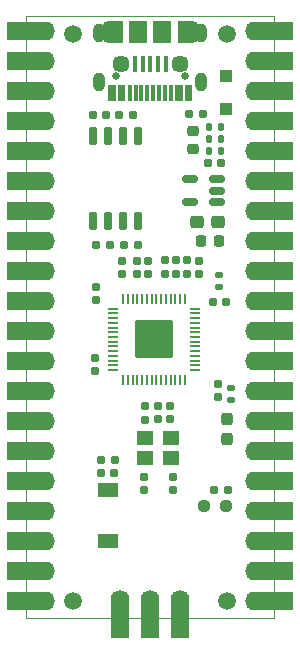
<source format=gbr>
G04 #@! TF.GenerationSoftware,KiCad,Pcbnew,(6.0.6)*
G04 #@! TF.CreationDate,2022-08-20T10:32:50+05:30*
G04 #@! TF.ProjectId,Mitayi-Pico-RP2040,4d697461-7969-42d5-9069-636f2d525032,0.2*
G04 #@! TF.SameCoordinates,PX848f8c0PY6ea0500*
G04 #@! TF.FileFunction,Soldermask,Top*
G04 #@! TF.FilePolarity,Negative*
%FSLAX46Y46*%
G04 Gerber Fmt 4.6, Leading zero omitted, Abs format (unit mm)*
G04 Created by KiCad (PCBNEW (6.0.6)) date 2022-08-20 10:32:50*
%MOMM*%
%LPD*%
G01*
G04 APERTURE LIST*
G04 Aperture macros list*
%AMRoundRect*
0 Rectangle with rounded corners*
0 $1 Rounding radius*
0 $2 $3 $4 $5 $6 $7 $8 $9 X,Y pos of 4 corners*
0 Add a 4 corners polygon primitive as box body*
4,1,4,$2,$3,$4,$5,$6,$7,$8,$9,$2,$3,0*
0 Add four circle primitives for the rounded corners*
1,1,$1+$1,$2,$3*
1,1,$1+$1,$4,$5*
1,1,$1+$1,$6,$7*
1,1,$1+$1,$8,$9*
0 Add four rect primitives between the rounded corners*
20,1,$1+$1,$2,$3,$4,$5,0*
20,1,$1+$1,$4,$5,$6,$7,0*
20,1,$1+$1,$6,$7,$8,$9,0*
20,1,$1+$1,$8,$9,$2,$3,0*%
G04 Aperture macros list end*
G04 #@! TA.AperFunction,Profile*
%ADD10C,0.100000*%
G04 #@! TD*
%ADD11RoundRect,0.135000X-0.185000X0.135000X-0.185000X-0.135000X0.185000X-0.135000X0.185000X0.135000X0*%
%ADD12RoundRect,0.237500X0.237500X-0.300000X0.237500X0.300000X-0.237500X0.300000X-0.237500X-0.300000X0*%
%ADD13RoundRect,0.155000X-0.155000X0.212500X-0.155000X-0.212500X0.155000X-0.212500X0.155000X0.212500X0*%
%ADD14RoundRect,0.155000X0.155000X-0.212500X0.155000X0.212500X-0.155000X0.212500X-0.155000X-0.212500X0*%
%ADD15RoundRect,0.237500X-0.250000X-0.237500X0.250000X-0.237500X0.250000X0.237500X-0.250000X0.237500X0*%
%ADD16RoundRect,0.135000X0.135000X0.185000X-0.135000X0.185000X-0.135000X-0.185000X0.135000X-0.185000X0*%
%ADD17RoundRect,0.225000X0.250000X-0.225000X0.250000X0.225000X-0.250000X0.225000X-0.250000X-0.225000X0*%
%ADD18RoundRect,0.155000X0.212500X0.155000X-0.212500X0.155000X-0.212500X-0.155000X0.212500X-0.155000X0*%
%ADD19RoundRect,0.160000X-0.197500X-0.160000X0.197500X-0.160000X0.197500X0.160000X-0.197500X0.160000X0*%
%ADD20RoundRect,0.160000X0.197500X0.160000X-0.197500X0.160000X-0.197500X-0.160000X0.197500X-0.160000X0*%
%ADD21C,1.500000*%
%ADD22RoundRect,0.160000X-0.160000X0.197500X-0.160000X-0.197500X0.160000X-0.197500X0.160000X0.197500X0*%
%ADD23RoundRect,0.155000X-0.212500X-0.155000X0.212500X-0.155000X0.212500X0.155000X-0.212500X0.155000X0*%
%ADD24R,1.400000X1.200000*%
%ADD25RoundRect,0.050000X-0.387500X-0.050000X0.387500X-0.050000X0.387500X0.050000X-0.387500X0.050000X0*%
%ADD26RoundRect,0.050000X-0.050000X-0.387500X0.050000X-0.387500X0.050000X0.387500X-0.050000X0.387500X0*%
%ADD27RoundRect,0.144000X-1.456000X-1.456000X1.456000X-1.456000X1.456000X1.456000X-1.456000X1.456000X0*%
%ADD28RoundRect,0.150000X0.150000X-0.650000X0.150000X0.650000X-0.150000X0.650000X-0.150000X-0.650000X0*%
%ADD29RoundRect,0.135000X-0.135000X-0.185000X0.135000X-0.185000X0.135000X0.185000X-0.135000X0.185000X0*%
%ADD30O,1.600000X1.700000*%
%ADD31R,1.600000X3.200000*%
%ADD32RoundRect,0.225000X-0.225000X-0.250000X0.225000X-0.250000X0.225000X0.250000X-0.225000X0.250000X0*%
%ADD33C,0.670000*%
%ADD34R,0.300000X1.450000*%
%ADD35RoundRect,0.500000X0.000000X0.300000X0.000000X0.300000X0.000000X-0.300000X0.000000X-0.300000X0*%
%ADD36R,1.100000X1.100000*%
%ADD37R,0.400000X1.350000*%
%ADD38R,1.500000X1.900000*%
%ADD39O,1.200000X1.900000*%
%ADD40C,1.450000*%
%ADD41R,1.200000X1.900000*%
%ADD42R,1.700000X1.150000*%
%ADD43R,3.200000X1.600000*%
%ADD44O,1.700000X1.600000*%
%ADD45RoundRect,0.250000X-0.312500X-0.275000X0.312500X-0.275000X0.312500X0.275000X-0.312500X0.275000X0*%
%ADD46RoundRect,0.150000X0.512500X0.150000X-0.512500X0.150000X-0.512500X-0.150000X0.512500X-0.150000X0*%
G04 APERTURE END LIST*
D10*
X0Y51000000D02*
X21000000Y51000000D01*
X21000000Y0D02*
X0Y0D01*
X21000000Y51000000D02*
X21000000Y0D01*
X0Y0D02*
X0Y51000000D01*
D11*
X17300000Y19500000D03*
X17300000Y18480000D03*
D12*
X17030000Y15187500D03*
X17030000Y16912500D03*
D13*
X9990000Y11987500D03*
X9990000Y10852500D03*
D14*
X5930000Y26942500D03*
X5930000Y28077500D03*
D15*
X15077500Y9500000D03*
X16902500Y9500000D03*
D16*
X16480000Y39600000D03*
X15460000Y39600000D03*
D17*
X14090000Y39715000D03*
X14090000Y41265000D03*
D13*
X5800000Y22047500D03*
X5800000Y20912500D03*
D14*
X14605000Y29162500D03*
X14605000Y30297500D03*
D18*
X7477500Y12340000D03*
X6342500Y12340000D03*
D19*
X8302500Y31630000D03*
X9497500Y31630000D03*
D20*
X17067500Y10860000D03*
X15872500Y10860000D03*
D21*
X17000000Y1490000D03*
D22*
X10020000Y18017500D03*
X10020000Y16822500D03*
D23*
X15812500Y26830000D03*
X16947500Y26830000D03*
D24*
X10100000Y13550000D03*
X12300000Y13550000D03*
X12300000Y15250000D03*
X10100000Y15250000D03*
D25*
X7382500Y26230000D03*
X7382500Y25830000D03*
X7382500Y25430000D03*
X7382500Y25030000D03*
X7382500Y24630000D03*
X7382500Y24230000D03*
X7382500Y23830000D03*
X7382500Y23430000D03*
X7382500Y23030000D03*
X7382500Y22630000D03*
X7382500Y22230000D03*
X7382500Y21830000D03*
X7382500Y21430000D03*
X7382500Y21030000D03*
D26*
X8220000Y20192500D03*
X8620000Y20192500D03*
X9020000Y20192500D03*
X9420000Y20192500D03*
X9820000Y20192500D03*
X10220000Y20192500D03*
X10620000Y20192500D03*
X11020000Y20192500D03*
X11420000Y20192500D03*
X11820000Y20192500D03*
X12220000Y20192500D03*
X12620000Y20192500D03*
X13020000Y20192500D03*
X13420000Y20192500D03*
D25*
X14257500Y21030000D03*
X14257500Y21430000D03*
X14257500Y21830000D03*
X14257500Y22230000D03*
X14257500Y22630000D03*
X14257500Y23030000D03*
X14257500Y23430000D03*
X14257500Y23830000D03*
X14257500Y24230000D03*
X14257500Y24630000D03*
X14257500Y25030000D03*
X14257500Y25430000D03*
X14257500Y25830000D03*
X14257500Y26230000D03*
D26*
X13420000Y27067500D03*
X13020000Y27067500D03*
X12620000Y27067500D03*
X12220000Y27067500D03*
X11820000Y27067500D03*
X11420000Y27067500D03*
X11020000Y27067500D03*
X10620000Y27067500D03*
X10220000Y27067500D03*
X9820000Y27067500D03*
X9420000Y27067500D03*
X9020000Y27067500D03*
X8620000Y27067500D03*
X8220000Y27067500D03*
D27*
X10820000Y23630000D03*
D22*
X11725000Y30347500D03*
X11725000Y29152500D03*
D14*
X8125000Y29162500D03*
X8125000Y30297500D03*
D13*
X11150000Y17997500D03*
X11150000Y16862500D03*
D28*
X5655000Y33650000D03*
X6925000Y33650000D03*
X8195000Y33650000D03*
X9465000Y33650000D03*
X9465000Y40850000D03*
X8195000Y40850000D03*
X6925000Y40850000D03*
X5655000Y40850000D03*
D14*
X10320000Y29157500D03*
X10320000Y30292500D03*
D19*
X5872500Y31630000D03*
X7067500Y31630000D03*
D14*
X13630000Y29172500D03*
X13630000Y30307500D03*
D23*
X5642500Y42600000D03*
X6777500Y42600000D03*
D29*
X15440000Y40630000D03*
X16460000Y40630000D03*
D30*
X7950000Y1600000D03*
D31*
X7950000Y-10000D03*
D30*
X10490000Y1600000D03*
D31*
X10490000Y-10000D03*
D30*
X13030000Y1600000D03*
D31*
X13030000Y-10000D03*
D19*
X6312500Y13400000D03*
X7507500Y13400000D03*
D13*
X12170000Y17997500D03*
X12170000Y16862500D03*
X16200000Y19877500D03*
X16200000Y18742500D03*
D32*
X14815000Y31920000D03*
X16365000Y31920000D03*
D21*
X4000000Y1490000D03*
D33*
X7610000Y45920000D03*
X13410000Y45920000D03*
D34*
X13910000Y44470000D03*
X13110000Y44470000D03*
X11760000Y44470000D03*
X10760000Y44470000D03*
X10260000Y44470000D03*
X9260000Y44470000D03*
X7910000Y44470000D03*
X7110000Y44470000D03*
X7410000Y44470000D03*
X8210000Y44470000D03*
X8760000Y44470000D03*
X9760000Y44470000D03*
X11260000Y44470000D03*
X12260000Y44470000D03*
X12810000Y44470000D03*
X13610000Y44470000D03*
D35*
X14830000Y45390000D03*
X6190000Y45390000D03*
X14830000Y49570000D03*
X6190000Y49570000D03*
D23*
X15402500Y38540000D03*
X16537500Y38540000D03*
D29*
X15440000Y41600000D03*
X16460000Y41600000D03*
D20*
X9047500Y42600000D03*
X7852500Y42600000D03*
D36*
X16900000Y43100000D03*
X16900000Y45900000D03*
D21*
X17000000Y49490000D03*
D37*
X11810000Y46937500D03*
X11160000Y46937500D03*
X10510000Y46937500D03*
X9860000Y46937500D03*
X9210000Y46937500D03*
D38*
X11510000Y49637500D03*
D39*
X7010000Y49637500D03*
D40*
X13010000Y46937500D03*
D41*
X13410000Y49637500D03*
D40*
X8010000Y46937500D03*
D39*
X14010000Y49637500D03*
D41*
X7610000Y49637500D03*
D38*
X9510000Y49637500D03*
D21*
X4000000Y49490000D03*
D42*
X6900000Y10875000D03*
X6900000Y6525000D03*
D13*
X12430000Y11977500D03*
X12430000Y10842500D03*
D14*
X9420000Y29162500D03*
X9420000Y30297500D03*
D22*
X12725000Y30347500D03*
X12725000Y29152500D03*
D43*
X-10000Y49700000D03*
D44*
X1600000Y49700000D03*
D43*
X-10000Y47160000D03*
D44*
X1600000Y47160000D03*
D43*
X-10000Y44620000D03*
D44*
X1600000Y44620000D03*
D43*
X-10000Y42080000D03*
D44*
X1600000Y42080000D03*
X1600000Y39540000D03*
D43*
X-10000Y39540000D03*
D44*
X1600000Y37000000D03*
D43*
X-10000Y37000000D03*
X-10000Y34460000D03*
D44*
X1600000Y34460000D03*
D43*
X-10000Y31920000D03*
D44*
X1600000Y31920000D03*
X1600000Y29380000D03*
D43*
X-10000Y29380000D03*
X-10000Y26840000D03*
D44*
X1600000Y26840000D03*
D43*
X-10000Y24300000D03*
D44*
X1600000Y24300000D03*
D43*
X-10000Y21760000D03*
D44*
X1600000Y21760000D03*
D43*
X-10000Y19220000D03*
D44*
X1600000Y19220000D03*
D43*
X-10000Y16680000D03*
D44*
X1600000Y16680000D03*
D43*
X-10000Y14140000D03*
D44*
X1600000Y14140000D03*
D43*
X-10000Y11600000D03*
D44*
X1600000Y11600000D03*
X1600000Y9060000D03*
D43*
X-10000Y9060000D03*
X-10000Y6520000D03*
D44*
X1600000Y6520000D03*
D43*
X-10000Y3980000D03*
D44*
X1600000Y3980000D03*
D43*
X-10000Y1440000D03*
D44*
X1600000Y1440000D03*
D45*
X14447500Y33600000D03*
X16222500Y33600000D03*
D11*
X16350000Y29070000D03*
X16350000Y28050000D03*
D19*
X13802500Y42700000D03*
X14997500Y42700000D03*
D46*
X16187500Y35280000D03*
X16187500Y36230000D03*
X16187500Y37180000D03*
X13912500Y37180000D03*
X13912500Y35280000D03*
D43*
X21010000Y49700000D03*
D44*
X19400000Y49700000D03*
D43*
X21010000Y47160000D03*
D44*
X19400000Y47160000D03*
D43*
X21010000Y44620000D03*
D44*
X19400000Y44620000D03*
X19400000Y42080000D03*
D43*
X21010000Y42080000D03*
D44*
X19400000Y39540000D03*
D43*
X21010000Y39540000D03*
X21010000Y37000000D03*
D44*
X19400000Y37000000D03*
D43*
X21010000Y34460000D03*
D44*
X19400000Y34460000D03*
X19400000Y31920000D03*
D43*
X21010000Y31920000D03*
X21010000Y29380000D03*
D44*
X19400000Y29380000D03*
D43*
X21010000Y26840000D03*
D44*
X19400000Y26840000D03*
D43*
X21010000Y24300000D03*
D44*
X19400000Y24300000D03*
D43*
X21010000Y21760000D03*
D44*
X19400000Y21760000D03*
X19400000Y19220000D03*
D43*
X21010000Y19220000D03*
D44*
X19400000Y16680000D03*
D43*
X21010000Y16680000D03*
X21010000Y14140000D03*
D44*
X19400000Y14140000D03*
X19400000Y11600000D03*
D43*
X21010000Y11600000D03*
X21010000Y9060000D03*
D44*
X19400000Y9060000D03*
X19400000Y6520000D03*
D43*
X21010000Y6520000D03*
X21010000Y3980000D03*
D44*
X19400000Y3980000D03*
D43*
X21010000Y1440000D03*
D44*
X19400000Y1440000D03*
M02*

</source>
